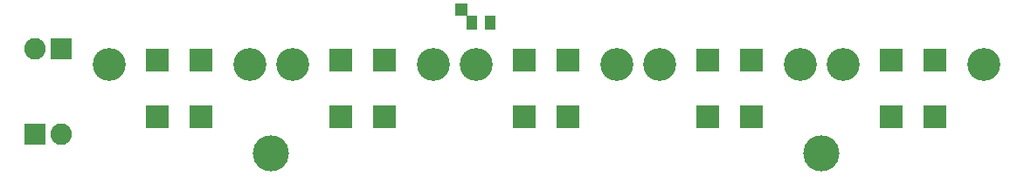
<source format=gbs>
G75*
%MOIN*%
%OFA0B0*%
%FSLAX25Y25*%
%IPPOS*%
%LPD*%
%AMOC8*
5,1,8,0,0,1.08239X$1,22.5*
%
%ADD10C,0.13800*%
%ADD11R,0.03950X0.05524*%
%ADD12R,0.08200X0.08200*%
%ADD13C,0.08200*%
%ADD14R,0.09068X0.09068*%
%ADD15C,0.12611*%
%ADD16R,0.04762X0.04762*%
D10*
X0106256Y0038933D03*
X0316256Y0038933D03*
D11*
X0189799Y0088933D03*
X0182713Y0088933D03*
D12*
X0026256Y0078933D03*
X0016256Y0046433D03*
D13*
X0026256Y0046433D03*
X0016256Y0078933D03*
D14*
X0062988Y0074760D03*
X0079524Y0074760D03*
X0132988Y0074760D03*
X0149524Y0074760D03*
X0202988Y0074760D03*
X0219524Y0074760D03*
X0272988Y0074760D03*
X0289524Y0074760D03*
X0342988Y0074760D03*
X0359524Y0074760D03*
X0359524Y0053106D03*
X0342988Y0053106D03*
X0289524Y0053106D03*
X0272988Y0053106D03*
X0219524Y0053106D03*
X0202988Y0053106D03*
X0149524Y0053106D03*
X0132988Y0053106D03*
X0079524Y0053106D03*
X0062988Y0053106D03*
D15*
X0044484Y0072949D03*
X0098028Y0072949D03*
X0114484Y0072949D03*
X0168028Y0072949D03*
X0184484Y0072949D03*
X0238028Y0072949D03*
X0254484Y0072949D03*
X0308028Y0072949D03*
X0324484Y0072949D03*
X0378028Y0072949D03*
D16*
X0178756Y0093933D03*
M02*

</source>
